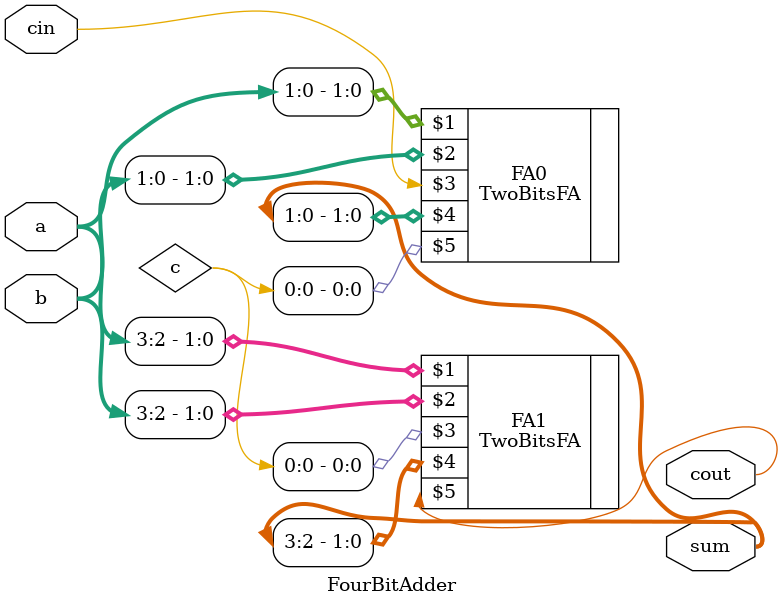
<source format=v>
module FourBitAdder(
    input [3:0] a,
    input [3:0] b,
    input cin,
    output [3:0] sum,
    output cout
);
wire [2:0] c;
TwoBitsFA FA0(a[1:0], b[1:0], cin, sum[1:0], c[0]);
TwoBitsFA FA1(a[3:2], b[3:2], c[0], sum[3:2], cout);


endmodule


</source>
